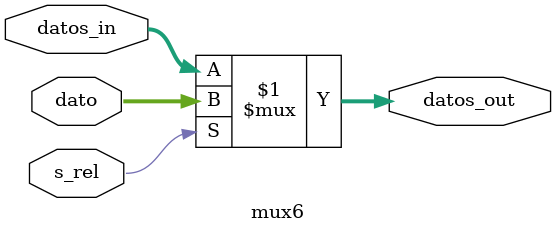
<source format=v>

module regfile(input  wire        clk,               // Señal de reloj
               input  wire        we3,               // Señal de habilitación de escritura
               input  wire [3:0]  ra1, ra2, wa3,     // Direcciones de regs leidos y reg a escribir 
               input  wire [7:0]  wd3,               // Dato a escribir
               output wire [7:0]  rd1, rd2);         // Datos leidos

  reg [7:0] regb[0:15]; //memoria de 16 registros de 8 bits de ancho
  //Se supone que se tendra 16 registros de 8 bit de ancho.

  initial
  begin
    $readmemb("regfile.dat",regb); // inicializa los registros a valores conocidos. Los datos los recoje
				    // de regfile.dat, 
				   //  por eso en regfile.dat hay 16 filas, porque regb[0:15] y cada fila
				   //  es de 8 bit de ancho reg[7:0]
  end  
  // El registro 0 siempre es cero
  // se leen dos reg combinacionalmente
  // y la escritura del tercero ocurre en flanco de subida del reloj
  always @(posedge clk)
    if (we3) regb[wa3] <= wd3;	// si se produce la señal de escritura, guardar el valor en nuestro banco de registros
  
  assign rd1 = (ra1 != 0) ? regb[ra1] : 0; // rd1 y rd2 toman los valores de entrada al registro ra1 y ra2
  assign rd2 = (ra2 != 0) ? regb[ra2] : 0; // en caso de no tener valores se le asigna el valor 0
endmodule

////////////////////////////////////////////////////////////////////////////////////////////////////////////////////////////////////
// Sumador  
module sum(input  wire [9:0] a, b, // Entradas uno de ellos siempre es 1
             output wire [9:0] y); // Salida que va hacia el multiplexor 

  assign y = a + b; // Suma a y b y lo manda por la salida y.
endmodule

////////////////////////////////////////////////////////////////////////////////////////////////////////////////////////////////////
// Registro para modelar el PC, cambia en cada flanco de subida de reloj o de reset
// Para que el PC apunte a la siguiente instrucción
module registro #(parameter WIDTH = 10) // NO APARECE EN EL DIBUJO ESTE REGISTRO, SE LE SUPONE ASOCIADO AL PC
              (input  wire clk, reset,    // Señales de clock y reset.
               input  wire [WIDTH-1:0] d, // Señal de entrada proveniente del multiplexor, en el dibujo 
					   // pone que debería ser de 10, no de 7
               output reg  [WIDTH-1:0] q); // Registro de salida que va a la memoria de programa, en el 
					   // dibujo pone que debería ser de 10, no de 7. 
	      
  always @(posedge clk, posedge reset)  // Siempre que haya un cambio de reloj o un reset:
    if (reset) q <= 0;                  // Si es un rest, el PC se pone a 0.
    else       q <= d;                  // Si no, el PC toma el valor de la entrada d.
endmodule

////////////////////////////////////////////////////////////////////////////////////////////////////////////////////////////////////
// Multiplexor 2, si s=1 sale d1, s=0 sale d0
module mux2 #(parameter WIDTH = 8)           // Constante, determina el ancho de las entradas y salidas.
             (input  wire [WIDTH-1:0] d0, d1,// Señales de entrada, una proviene de la ALU(d0) y otra 
					      // la memoria de programa().
              input  wire             s,     // Señal de s_inm que se usa cuando se quiere almacenar en 
					      // banco de registros un valor directo.
              output wire [WIDTH-1:0] y);   // Señal de salida que va hacia el Banco de Registros.

  assign y = s ? d1 : d0; // Si s=1, sale d1, si s=0 sale d1
endmodule

////////////////////////////////////////////////////////////////////////////////////////////////////////////////////////////////////
// Multiplexor antes del PC. 
module mux1 #(parameter WIDTH = 10)              // Constante, determina el ancho de las entradas y 		
						  // salidas.
             (input  wire [WIDTH-1:0] d0, d1,    // Señales de entrada, una proviene de la memoria de 
						  // programa(d0) y otra del sumador(d1).
              input  wire             s,        //  Señal de s_inc que se usa cuando es una operación 	
						 //  de salto
              output wire [WIDTH-1:0] y);       // Señal de salida que va hacia el PC.

  assign y = s ? d1 : d0; // Si s=1, sale d1, si s=0 sale d1
endmodule
//registro creado para solucionar el problema del almaceanr la señal z
module registro_z (input wire z_in, input wire clk, output reg z_out, input wire [2:0] op); // NO APARECE 

	always @(posedge clk)
	begin
	
    	      z_out <= z_in;
	      
        end
endmodule


//COMPONENTES DE ENTRADA SALIDA
////////////////////////////////////////////////////////////////////////////////////////////////////////////////////////////////
module registro_salidaA(input wire clk,we_s_r_1,input wire [7:0]datos_in,output reg  [7:0] datos_out );
 
     always @(posedge clk)
     begin
      if(we_s_r_1==1)
	datos_out=datos_in;
     end

endmodule
module registro_salidaB(input wire clk,we_s_r_2,input wire[7:0]datos_in,output reg [7:0] datos_out );
 
     always @(posedge clk)
     begin
      if(we_s_r_2==1)
	datos_out=datos_in;
     end

endmodule

module registro_salidaC(input wire clk,we_s_r_3,input wire [7:0]datos_in,output reg [7:0] datos_out );
 
     always @(posedge clk)
     begin
      if(we_s_r_3==1)
	datos_out=datos_in;
     end

endmodule

module registro_salidaD(input wire clk,we_s_r_4,input wire [7:0]datos_in,output reg [7:0] datos_out );
 
     always @(posedge clk)
     begin
      if(we_s_r_4==1)
	datos_out=datos_in;
     end

endmodule

module mux3(input wire [7:0]datos_in_regfile,input wire [7:0]datos_in_memprog,input wire s_r,output wire [7:0]datos_out);

    assign datos_out = s_r ? datos_in_memprog :datos_in_regfile; 

endmodule

module mux5(input wire [7:0]datos_in_mux4,input wire [7:0]datos_in_memprog,input wire s_mux5,output wire [7:0]datos_out);

    assign datos_out = s_mux5 ? datos_in_memprog :datos_in_mux4; 

endmodule


module mux4(input wire [7:0]datos_in_A,input wire [7:0]datos_in_B,input wire [7:0]datos_in_C,
	      input wire [7:0]datos_in_D,input wire [1:0]s_e,output reg [7:0] datos_out);

    always @(*)
      casex (s_e)
      
	  2'b00:
	     datos_out=datos_in_A;
	  2'b01:
	     datos_out=datos_in_B;
	  2'b10:
	     datos_out=datos_in_C;
	  2'b11:
	     datos_out=datos_in_D;
     endcase

endmodule

module mux6(input wire [9:0]datos_in,input wire [9:0] dato,input wire s_rel,output wire [9:0] datos_out);

    assign datos_out = s_rel ? dato:datos_in;
    
endmodule











</source>
